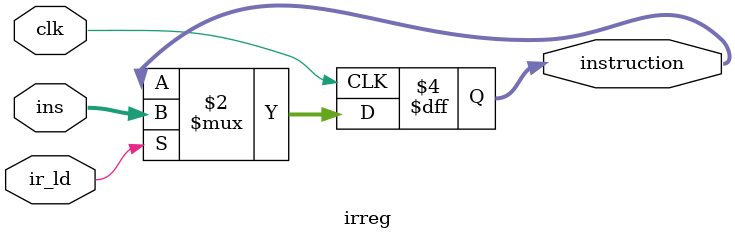
<source format=sv>
`timescale 1ns / 1ps


module irreg(
input logic clk,
input logic ir_ld,
input logic [11:0] ins,
output reg [11:0] instruction
    );
    
     always @(posedge clk) begin
        if (ir_ld) begin
            instruction <= ins;
        end
    end 
endmodule

</source>
